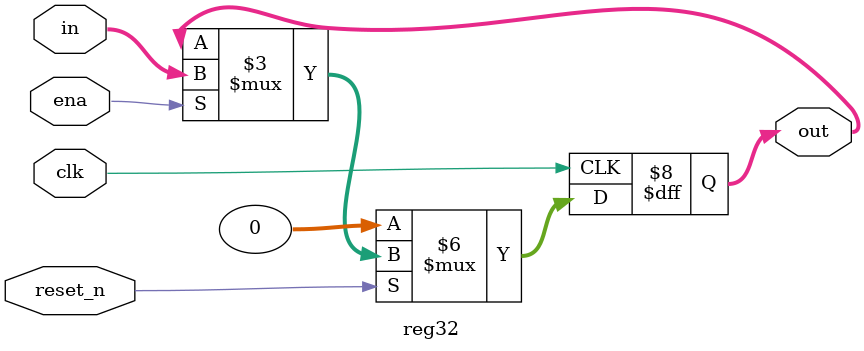
<source format=v>
`timescale 1ns/1ps

module reg32 (input [31:0] in, input clk, input reset_n, input ena, output reg [31:0] out);

    always @(posedge clk) begin
        if (~reset_n)
            out <= 0;
        else if (ena)
            out <= in;
    end

endmodule
</source>
